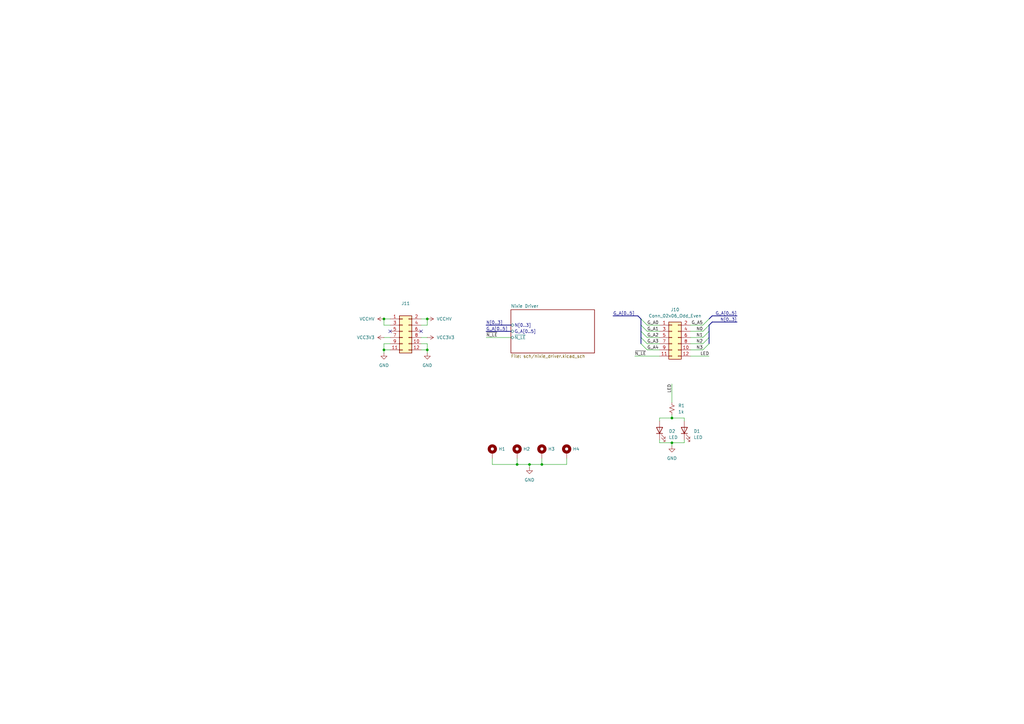
<source format=kicad_sch>
(kicad_sch (version 20250114) (generator "eeschema") (generator_version "9.0")
  (paper "A3")
  (lib_symbols
    (symbol "Connector_Generic:Conn_02x06_Odd_Even" (pin_names (offset 1.016) (hide yes))
      (property "Reference" "J" (at 1.27 7.62 0))
      (property "Value" "Conn_02x06_Odd_Even" (at 1.27 -10.16 0))
      (symbol "Conn_02x06_Odd_Even_1_1"
        (rectangle (start -1.27 6.35) (end 3.81 -8.89) (stroke (width 0.254)) (fill (type background)))
        (rectangle (start -1.27 5.207) (end 0 4.953) (stroke (width 0.1524)))
        (rectangle (start -1.27 2.667) (end 0 2.413) (stroke (width 0.1524)))
        (rectangle (start -1.27 0.127) (end 0 -0.127) (stroke (width 0.1524)))
        (rectangle (start -1.27 -2.413) (end 0 -2.667) (stroke (width 0.1524)))
        (rectangle (start -1.27 -4.953) (end 0 -5.207) (stroke (width 0.1524)))
        (rectangle (start -1.27 -7.493) (end 0 -7.747) (stroke (width 0.1524)))
        (rectangle (start 3.81 5.207) (end 2.54 4.953) (stroke (width 0.1524)))
        (rectangle (start 3.81 2.667) (end 2.54 2.413) (stroke (width 0.1524)))
        (rectangle (start 3.81 0.127) (end 2.54 -0.127) (stroke (width 0.1524)))
        (rectangle (start 3.81 -2.413) (end 2.54 -2.667) (stroke (width 0.1524)))
        (rectangle (start 3.81 -4.953) (end 2.54 -5.207) (stroke (width 0.1524)))
        (rectangle (start 3.81 -7.493) (end 2.54 -7.747) (stroke (width 0.1524)))
        (pin passive line (at -5.08 5.08 0) (length 3.81) (name "Pin_1") (number "1"))
        (pin passive line (at -5.08 2.54 0) (length 3.81) (name "Pin_3") (number "3"))
        (pin passive line (at -5.08 0 0) (length 3.81) (name "Pin_5") (number "5"))
        (pin passive line (at -5.08 -2.54 0) (length 3.81) (name "Pin_7") (number "7"))
        (pin passive line (at -5.08 -5.08 0) (length 3.81) (name "Pin_9") (number "9"))
        (pin passive line (at -5.08 -7.62 0) (length 3.81) (name "Pin_11") (number "11"))
        (pin passive line (at 7.62 5.08 180) (length 3.81) (name "Pin_2") (number "2"))
        (pin passive line (at 7.62 2.54 180) (length 3.81) (name "Pin_4") (number "4"))
        (pin passive line (at 7.62 0 180) (length 3.81) (name "Pin_6") (number "6"))
        (pin passive line (at 7.62 -2.54 180) (length 3.81) (name "Pin_8") (number "8"))
        (pin passive line (at 7.62 -5.08 180) (length 3.81) (name "Pin_10") (number "10"))
        (pin passive line (at 7.62 -7.62 180) (length 3.81) (name "Pin_12") (number "12"))
      )
    )
    (symbol "Device:LED" (pin_numbers (hide yes)) (pin_names (offset 1.016) (hide yes))
      (property "Reference" "D" (at 0 2.54 0))
      (property "Value" "LED" (at 0 -2.54 0))
      (symbol "LED_0_1"
        (polyline (pts (xy -3.048 -0.762) (xy -4.572 -2.286) (xy -3.81 -2.286) (xy -4.572 -2.286) (xy -4.572 -1.524)))
        (polyline (pts (xy -1.778 -0.762) (xy -3.302 -2.286) (xy -2.54 -2.286) (xy -3.302 -2.286) (xy -3.302 -1.524)))
        (polyline (pts (xy -1.27 0) (xy 1.27 0)))
        (polyline (pts (xy -1.27 -1.27) (xy -1.27 1.27)) (stroke (width 0.254)))
        (polyline (pts (xy 1.27 -1.27) (xy 1.27 1.27) (xy -1.27 0) (xy 1.27 -1.27)) (stroke (width 0.254)))
      )
      (symbol "LED_1_1"
        (pin passive line (at -3.81 0 0) (length 2.54) (name "K") (number "1"))
        (pin passive line (at 3.81 0 180) (length 2.54) (name "A") (number "2"))
      )
    )
    (symbol "Device:R_Small_US" (pin_numbers (hide yes)) (pin_names (offset 0.254) (hide yes))
      (property "Reference" "R" (at 0.762 0.508 0))
      (property "Value" "R_Small_US" (at 0.762 -1.016 0))
      (symbol "R_Small_US_1_1"
        (polyline (pts (xy 0 1.524) (xy 1.016 1.143) (xy 0 0.762) (xy -1.016 0.381) (xy 0 0)))
        (polyline (pts (xy 0 0) (xy 1.016 -0.381) (xy 0 -0.762) (xy -1.016 -1.143) (xy 0 -1.524)))
        (pin passive line (at 0 2.54 270) (length 1.016) (name "~") (number "1"))
        (pin passive line (at 0 -2.54 90) (length 1.016) (name "~") (number "2"))
      )
    )
    (symbol "Mechanical:MountingHole_Pad" (pin_numbers (hide yes)) (pin_names (offset 1.016) (hide yes)) (in_bom no)
      (property "Reference" "H" (at 0 6.35 0))
      (property "Value" "MountingHole_Pad" (at 0 4.445 0))
      (symbol "MountingHole_Pad_0_1"
        (circle (center 0 1.27) (radius 1.27) (stroke (width 1.27)))
      )
      (symbol "MountingHole_Pad_1_1"
        (pin input line (at 0 -2.54 90) (length 2.54) (name "1") (number "1"))
      )
    )
    (symbol "power:GND" (power) (pin_numbers (hide yes)) (pin_names (offset 0) (hide yes))
      (property "Value" "GND" (at 0 -3.81 0))
      (symbol "GND_0_1"
        (polyline (pts (xy 0 0) (xy 0 -1.27) (xy 1.27 -1.27) (xy 0 -2.54) (xy -1.27 -1.27) (xy 0 -1.27)))
      )
      (symbol "GND_1_1"
        (pin power_in line (at 0 0 270) (length 0) (name "~") (number "1"))
      )
    )
    (symbol "power:VCC" (power) (pin_numbers (hide yes)) (pin_names (offset 0) (hide yes))
      (property "Value" "VCC" (at 0 3.556 0))
      (symbol "VCC_0_1"
        (polyline (pts (xy -0.762 1.27) (xy 0 2.54)))
        (polyline (pts (xy 0 2.54) (xy 0.762 1.27)))
        (polyline (pts (xy 0 0) (xy 0 2.54)))
      )
      (symbol "VCC_1_1"
        (pin power_in line (at 0 0 90) (length 0) (name "~") (number "1"))
      )
    )
  )
  (junction (at 275.59 171.45))
  (junction (at 275.59 181.61))
  (junction (at 157.48 143.51))
  (junction (at 175.26 143.51))
  (junction (at 157.48 130.81))
  (junction (at 175.26 130.81))
  (junction (at 222.25 190.5))
  (junction (at 212.09 190.5))
  (junction (at 217.17 190.5))
  (no_connect (at 172.72 135.89))
  (no_connect (at 160.02 135.89))
  (bus_entry (at 290.83 130.81) (size -2.54 2.54))
  (bus_entry (at 290.83 138.43) (size -2.54 2.54))
  (bus_entry (at 262.89 133.35) (size 2.54 2.54))
  (bus_entry (at 290.83 140.97) (size -2.54 2.54))
  (bus_entry (at 262.89 135.89) (size 2.54 2.54))
  (bus_entry (at 262.89 140.97) (size 2.54 2.54))
  (bus_entry (at 290.83 133.35) (size -2.54 2.54))
  (bus_entry (at 262.89 130.81) (size 2.54 2.54))
  (bus_entry (at 262.89 138.43) (size 2.54 2.54))
  (bus_entry (at 290.83 135.89) (size -2.54 2.54))
  (wire (pts (xy 157.48 140.97) (xy 157.48 143.51)))
  (wire (pts (xy 265.43 143.51) (xy 270.51 143.51)))
  (wire (pts (xy 222.25 190.5) (xy 232.41 190.5)))
  (wire (pts (xy 270.51 171.45) (xy 270.51 172.72)))
  (bus (pts (xy 302.26 132.08) (xy 292.1 132.08)))
  (wire (pts (xy 280.67 171.45) (xy 280.67 172.72)))
  (wire (pts (xy 212.09 190.5) (xy 217.17 190.5)))
  (wire (pts (xy 283.21 143.51) (xy 288.29 143.51)))
  (wire (pts (xy 201.93 190.5) (xy 212.09 190.5)))
  (wire (pts (xy 283.21 140.97) (xy 288.29 140.97)))
  (bus (pts (xy 199.39 133.35) (xy 209.55 133.35)))
  (wire (pts (xy 172.72 130.81) (xy 175.26 130.81)))
  (wire (pts (xy 280.67 180.34) (xy 280.67 181.61)))
  (wire (pts (xy 265.43 138.43) (xy 270.51 138.43)))
  (bus (pts (xy 290.83 133.35) (xy 290.83 135.89)))
  (wire (pts (xy 260.35 146.05) (xy 270.51 146.05)))
  (wire (pts (xy 201.93 187.96) (xy 201.93 190.5)))
  (wire (pts (xy 265.43 140.97) (xy 270.51 140.97)))
  (wire (pts (xy 157.48 140.97) (xy 160.02 140.97)))
  (wire (pts (xy 212.09 187.96) (xy 212.09 190.5)))
  (wire (pts (xy 172.72 133.35) (xy 175.26 133.35)))
  (bus (pts (xy 262.89 133.35) (xy 262.89 135.89)))
  (wire (pts (xy 270.51 181.61) (xy 275.59 181.61)))
  (wire (pts (xy 222.25 187.96) (xy 222.25 190.5)))
  (wire (pts (xy 172.72 138.43) (xy 175.26 138.43)))
  (bus (pts (xy 262.89 130.81) (xy 262.89 133.35)))
  (bus (pts (xy 290.83 138.43) (xy 290.83 140.97)))
  (wire (pts (xy 157.48 130.81) (xy 160.02 130.81)))
  (bus (pts (xy 290.83 135.89) (xy 290.83 138.43)))
  (bus (pts (xy 290.83 133.35) (xy 292.1 132.08)))
  (wire (pts (xy 275.59 165.1) (xy 275.59 157.48)))
  (wire (pts (xy 275.59 181.61) (xy 275.59 182.88)))
  (wire (pts (xy 270.51 171.45) (xy 275.59 171.45)))
  (wire (pts (xy 283.21 146.05) (xy 290.83 146.05)))
  (bus (pts (xy 262.89 138.43) (xy 262.89 140.97)))
  (bus (pts (xy 199.39 135.89) (xy 209.55 135.89)))
  (wire (pts (xy 283.21 138.43) (xy 288.29 138.43)))
  (wire (pts (xy 175.26 143.51) (xy 175.26 144.78)))
  (wire (pts (xy 275.59 181.61) (xy 280.67 181.61)))
  (wire (pts (xy 288.29 133.35) (xy 283.21 133.35)))
  (bus (pts (xy 292.1 129.54) (xy 290.83 130.81)))
  (wire (pts (xy 172.72 143.51) (xy 175.26 143.51)))
  (wire (pts (xy 217.17 190.5) (xy 217.17 191.77)))
  (bus (pts (xy 302.26 129.54) (xy 292.1 129.54)))
  (wire (pts (xy 265.43 135.89) (xy 270.51 135.89)))
  (wire (pts (xy 265.43 133.35) (xy 270.51 133.35)))
  (wire (pts (xy 270.51 180.34) (xy 270.51 181.61)))
  (bus (pts (xy 251.46 129.54) (xy 261.62 129.54)))
  (wire (pts (xy 172.72 140.97) (xy 175.26 140.97)))
  (wire (pts (xy 157.48 138.43) (xy 160.02 138.43)))
  (wire (pts (xy 199.39 138.43) (xy 209.55 138.43)))
  (wire (pts (xy 275.59 170.18) (xy 275.59 171.45)))
  (bus (pts (xy 261.62 129.54) (xy 262.89 130.81)))
  (wire (pts (xy 175.26 130.81) (xy 175.26 133.35)))
  (wire (pts (xy 283.21 135.89) (xy 288.29 135.89)))
  (wire (pts (xy 175.26 140.97) (xy 175.26 143.51)))
  (wire (pts (xy 217.17 190.5) (xy 222.25 190.5)))
  (bus (pts (xy 262.89 135.89) (xy 262.89 138.43)))
  (wire (pts (xy 157.48 143.51) (xy 160.02 143.51)))
  (wire (pts (xy 157.48 130.81) (xy 157.48 133.35)))
  (wire (pts (xy 157.48 143.51) (xy 157.48 144.78)))
  (wire (pts (xy 232.41 187.96) (xy 232.41 190.5)))
  (wire (pts (xy 275.59 171.45) (xy 280.67 171.45)))
  (wire (pts (xy 157.48 133.35) (xy 160.02 133.35)))
  (label "N3" (at 288.29 143.51 180))
  (label "N1" (at 288.29 138.43 180))
  (label "G_A4" (at 265.43 143.51 0))
  (label "G_A0" (at 265.43 133.35 0))
  (label "N[0..3]" (at 302.26 132.08 180))
  (label "~{N_LE}" (at 199.39 138.43 0))
  (label "G_A[0..5]" (at 199.39 135.89 0))
  (label "LED" (at 275.59 157.48 270))
  (label "N0" (at 288.29 135.89 180))
  (label "LED" (at 290.83 146.05 180))
  (label "N[0..3]" (at 199.39 133.35 0))
  (label "N2" (at 288.29 140.97 180))
  (label "G_A[0..5]" (at 302.26 129.54 180))
  (label "~{N_LE}" (at 260.35 146.05 0))
  (label "G_A1" (at 265.43 135.89 0))
  (label "G_A2" (at 265.43 138.43 0))
  (label "G_A3" (at 265.43 140.97 0))
  (label "G_A[0..5]" (at 251.46 129.54 0))
  (label "G_A5" (at 288.29 133.35 180))
  (symbol (lib_id "Mechanical:MountingHole_Pad") (at 232.41 185.42 0) (unit 1) (in_bom no)
    (property "Reference" "H4" (at 234.95 184.1499 0) (effects (justify left)))
    (property "Value" "MountingHole_Pad" (effects (hide yes)))
    (property "Footprint" "MountingHole:MountingHole_3.2mm_M3_Pad" (effects (hide yes)))
    (property "Description" "Mounting Hole with connection" (effects (hide yes)))
  )
  (symbol (lib_id "Connector_Generic:Conn_02x06_Odd_Even") (at 275.59 138.43 0) (unit 1)
    (property "Reference" "J10" (at 276.86 127 0))
    (property "Value" "Conn_02x06_Odd_Even" (at 276.86 129.54 0))
    (property "Footprint" "Connector_PinHeader_2.54mm:PinHeader_2x06_P2.54mm_Vertical_SMD" (effects (hide yes)))
    (property "Description" "Generic connector, double row, 02x06, odd/even pin numbering scheme (row 1 odd numbers, row 2 even numbers), script generated (kicad-library-utils/schlib/autogen/connector/)" (effects (hide yes)))
  )
  (symbol (lib_id "Connector_Generic:Conn_02x06_Odd_Even") (at 165.1 135.89 0) (unit 1)
    (property "Reference" "J11" (at 166.37 124.46 0))
    (property "Value" "Conn_02x06_Odd_Even" (effects (hide yes)))
    (property "Footprint" "Connector_PinHeader_2.54mm:PinHeader_2x06_P2.54mm_Vertical_SMD" (effects (hide yes)))
    (property "Description" "Generic connector, double row, 02x06, odd/even pin numbering scheme (row 1 odd numbers, row 2 even numbers), script generated (kicad-library-utils/schlib/autogen/connector/)" (effects (hide yes)))
  )
  (symbol (lib_id "power:GND") (at 157.48 144.78 0) (unit 1)
    (property "Reference" "#PWR098" (effects (hide yes)))
    (property "Value" "GND" (at 157.48 149.86 0))
    (property "Description" "Power symbol creates a global label with name \"GND\" , ground" (effects (hide yes)))
  )
  (symbol (lib_id "power:GND") (at 275.59 182.88 0) (unit 1)
    (property "Reference" "#PWR03" (effects (hide yes)))
    (property "Value" "GND" (at 275.59 187.96 0))
    (property "Description" "Power symbol creates a global label with name \"GND\" , ground" (effects (hide yes)))
  )
  (symbol (lib_id "Mechanical:MountingHole_Pad") (at 212.09 185.42 0) (unit 1) (in_bom no)
    (property "Reference" "H2" (at 214.63 184.1499 0) (effects (justify left)))
    (property "Value" "MountingHole_Pad" (effects (hide yes)))
    (property "Footprint" "MountingHole:MountingHole_3.2mm_M3_Pad" (effects (hide yes)))
    (property "Description" "Mounting Hole with connection" (effects (hide yes)))
  )
  (symbol (lib_id "power:GND") (at 175.26 144.78 0) (unit 1)
    (property "Reference" "#PWR0100" (effects (hide yes)))
    (property "Value" "GND" (at 175.26 149.86 0))
    (property "Description" "Power symbol creates a global label with name \"GND\" , ground" (effects (hide yes)))
  )
  (symbol (lib_id "Mechanical:MountingHole_Pad") (at 201.93 185.42 0) (unit 1) (in_bom no)
    (property "Reference" "H1" (at 204.47 184.1499 0) (effects (justify left)))
    (property "Value" "MountingHole_Pad" (effects (hide yes)))
    (property "Footprint" "MountingHole:MountingHole_3.2mm_M3_Pad" (effects (hide yes)))
    (property "Description" "Mounting Hole with connection" (effects (hide yes)))
  )
  (symbol (lib_id "Device:R_Small_US") (at 275.59 167.64 180) (unit 1)
    (property "Reference" "R1" (at 278.13 166.3699 0) (effects (justify right)))
    (property "Value" "1k" (at 278.13 168.9099 0) (effects (justify right)))
    (property "Footprint" "Resistor_SMD:R_0603_1608Metric" (effects (hide yes)))
    (property "Description" "Resistor, small US symbol" (effects (hide yes)))
  )
  (symbol (lib_id "Device:LED") (at 270.51 176.53 90) (unit 1)
    (property "Reference" "D2" (at 274.32 176.8474 90) (effects (justify right)))
    (property "Value" "LED" (at 274.32 179.3874 90) (effects (justify right)))
    (property "Footprint" "LED_SMD:LED_0603_1608Metric" (effects (hide yes)))
    (property "Description" "Light emitting diode" (effects (hide yes)))
    (property "Sim.Pins" "1=K 2=A" (effects (hide yes)))
  )
  (symbol (lib_id "power:VCC") (at 175.26 130.81 270) (unit 1)
    (property "Reference" "#PWR097" (effects (hide yes)))
    (property "Value" "VCCHV" (at 179.07 130.8099 90) (effects (justify left)))
    (property "Description" "Power symbol creates a global label with name \"VCC\"" (effects (hide yes)))
  )
  (symbol (lib_id "Device:LED") (at 280.67 176.53 90) (unit 1)
    (property "Reference" "D1" (at 284.48 176.8474 90) (effects (justify right)))
    (property "Value" "LED" (at 284.48 179.3874 90) (effects (justify right)))
    (property "Footprint" "LED_SMD:LED_0603_1608Metric" (effects (hide yes)))
    (property "Description" "Light emitting diode" (effects (hide yes)))
    (property "Sim.Pins" "1=K 2=A" (effects (hide yes)))
  )
  (symbol (lib_id "power:GND") (at 217.17 191.77 0) (unit 1)
    (property "Reference" "#PWR095" (effects (hide yes)))
    (property "Value" "GND" (at 217.17 196.85 0))
    (property "Description" "Power symbol creates a global label with name \"GND\" , ground" (effects (hide yes)))
  )
  (symbol (lib_id "power:VCC") (at 175.26 138.43 270) (unit 1)
    (property "Reference" "#PWR02" (effects (hide yes)))
    (property "Value" "VCC3V3" (at 179.07 138.4299 90) (effects (justify left)))
    (property "Description" "Power symbol creates a global label with name \"VCC\"" (effects (hide yes)))
  )
  (symbol (lib_id "Mechanical:MountingHole_Pad") (at 222.25 185.42 0) (unit 1) (in_bom no)
    (property "Reference" "H3" (at 224.79 184.1499 0) (effects (justify left)))
    (property "Value" "MountingHole_Pad" (effects (hide yes)))
    (property "Footprint" "MountingHole:MountingHole_3.2mm_M3_Pad" (effects (hide yes)))
    (property "Description" "Mounting Hole with connection" (effects (hide yes)))
  )
  (symbol (lib_id "power:VCC") (at 157.48 138.43 90) (unit 1)
    (property "Reference" "#PWR01" (effects (hide yes)))
    (property "Value" "VCC3V3" (at 153.67 138.4299 90) (effects (justify left)))
    (property "Description" "Power symbol creates a global label with name \"VCC\"" (effects (hide yes)))
  )
  (symbol (lib_id "power:VCC") (at 157.48 130.81 90) (unit 1)
    (property "Reference" "#PWR099" (effects (hide yes)))
    (property "Value" "VCCHV" (at 153.67 130.8099 90) (effects (justify left)))
    (property "Description" "Power symbol creates a global label with name \"VCC\"" (effects (hide yes)))
  )
  (sheet (at 209.55 127) (size 34.29 17.78) (stroke (width 0.1524))
    (property "Sheetname" "Nixie Driver" (at 209.55 126.2884 0) (effects (justify left bottom)))
    (property "Sheetfile" "sch/nixie_driver.kicad_sch" (at 209.55 145.3646 0) (effects (justify left top)))
    (pin "G_A[0..5]" bidirectional (at 209.55 135.89 180))
    (pin "N[0..3]" bidirectional (at 209.55 133.35 180))
    (pin "~{N_LE}" bidirectional (at 209.55 138.43 180))
  )
)
</source>
